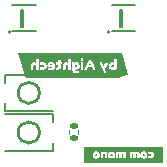
<source format=gbr>
%TF.GenerationSoftware,KiCad,Pcbnew,8.0.4-unknown-202407232306~396e531e7c~ubuntu22.04.1*%
%TF.CreationDate,2024-09-04T14:24:04+01:00*%
%TF.ProjectId,MONO_CTRL,4d4f4e4f-5f43-4545-924c-2e6b69636164,1.0*%
%TF.SameCoordinates,Original*%
%TF.FileFunction,Legend,Bot*%
%TF.FilePolarity,Positive*%
%FSLAX46Y46*%
G04 Gerber Fmt 4.6, Leading zero omitted, Abs format (unit mm)*
G04 Created by KiCad (PCBNEW 8.0.4-unknown-202407232306~396e531e7c~ubuntu22.04.1) date 2024-09-04 14:24:04*
%MOMM*%
%LPD*%
G01*
G04 APERTURE LIST*
G04 Aperture macros list*
%AMRoundRect*
0 Rectangle with rounded corners*
0 $1 Rounding radius*
0 $2 $3 $4 $5 $6 $7 $8 $9 X,Y pos of 4 corners*
0 Add a 4 corners polygon primitive as box body*
4,1,4,$2,$3,$4,$5,$6,$7,$8,$9,$2,$3,0*
0 Add four circle primitives for the rounded corners*
1,1,$1+$1,$2,$3*
1,1,$1+$1,$4,$5*
1,1,$1+$1,$6,$7*
1,1,$1+$1,$8,$9*
0 Add four rect primitives between the rounded corners*
20,1,$1+$1,$2,$3,$4,$5,0*
20,1,$1+$1,$4,$5,$6,$7,0*
20,1,$1+$1,$6,$7,$8,$9,0*
20,1,$1+$1,$8,$9,$2,$3,0*%
G04 Aperture macros list end*
%ADD10C,0.000000*%
%ADD11C,0.250000*%
%ADD12C,0.150000*%
%ADD13C,0.120000*%
%ADD14R,1.000000X1.000000*%
%ADD15R,0.900000X0.700000*%
%ADD16C,2.000000*%
%ADD17RoundRect,0.135000X-0.185000X0.135000X-0.185000X-0.135000X0.185000X-0.135000X0.185000X0.135000X0*%
%ADD18R,1.230000X1.360000*%
G04 APERTURE END LIST*
D10*
%TO.C,kibuzzard-66D6133A*%
G36*
X31798119Y-36258619D02*
G01*
X31825014Y-36325572D01*
X31795258Y-36395386D01*
X31732310Y-36418276D01*
X31668219Y-36395386D01*
X31637318Y-36324428D01*
X31663641Y-36256903D01*
X31733455Y-36231724D01*
X31798119Y-36258619D01*
G37*
G36*
X33084528Y-36258619D02*
G01*
X33111423Y-36325572D01*
X33081667Y-36395386D01*
X33018720Y-36418276D01*
X32954628Y-36395386D01*
X32923727Y-36324428D01*
X32950050Y-36256903D01*
X33019864Y-36231724D01*
X33084528Y-36258619D01*
G37*
G36*
X35802697Y-36258619D02*
G01*
X35829592Y-36325572D01*
X35799835Y-36395386D01*
X35736888Y-36418276D01*
X35672797Y-36395386D01*
X35641896Y-36324428D01*
X35668219Y-36256903D01*
X35738033Y-36231724D01*
X35802697Y-36258619D01*
G37*
G36*
X37365119Y-37009216D02*
G01*
X36602124Y-37009216D01*
X36302268Y-37009216D01*
X35734599Y-37009216D01*
X35281381Y-37009216D01*
X34107132Y-37009216D01*
X33016431Y-37009216D01*
X32186674Y-37009216D01*
X31730021Y-37009216D01*
X31427876Y-37009216D01*
X30664881Y-37009216D01*
X30664881Y-36325572D01*
X31427876Y-36325572D01*
X31438367Y-36409883D01*
X31469840Y-36482749D01*
X31522296Y-36544170D01*
X31587341Y-36590586D01*
X31656583Y-36618435D01*
X31730021Y-36627718D01*
X31804159Y-36618244D01*
X31873973Y-36589823D01*
X31939464Y-36542454D01*
X31992237Y-36480587D01*
X32023902Y-36408675D01*
X32034456Y-36326717D01*
X32034313Y-36325572D01*
X32082525Y-36325572D01*
X32082525Y-36513269D01*
X32084242Y-36551609D01*
X32095114Y-36582511D01*
X32126588Y-36608262D01*
X32186674Y-36616273D01*
X32247332Y-36608262D01*
X32279378Y-36581938D01*
X32290250Y-36550465D01*
X32291967Y-36512124D01*
X32291967Y-36325572D01*
X32313140Y-36264914D01*
X32373226Y-36243169D01*
X32433884Y-36265486D01*
X32456774Y-36325572D01*
X32456774Y-36513269D01*
X32458491Y-36551609D01*
X32469363Y-36582511D01*
X32501409Y-36608262D01*
X32560923Y-36616273D01*
X32619864Y-36608262D01*
X32651338Y-36582511D01*
X32662210Y-36551609D01*
X32663927Y-36512124D01*
X32663927Y-36325572D01*
X32714285Y-36325572D01*
X32724776Y-36409883D01*
X32756249Y-36482749D01*
X32808705Y-36544170D01*
X32873751Y-36590586D01*
X32942992Y-36618435D01*
X33016431Y-36627718D01*
X33090568Y-36618244D01*
X33160382Y-36589823D01*
X33225873Y-36542454D01*
X33278646Y-36480587D01*
X33310311Y-36408675D01*
X33320866Y-36326717D01*
X33367790Y-36326717D01*
X33367790Y-36513269D01*
X33369506Y-36552754D01*
X33380379Y-36583655D01*
X33412425Y-36609406D01*
X33473083Y-36617418D01*
X33532024Y-36609406D01*
X33563498Y-36583083D01*
X33574371Y-36551037D01*
X33576087Y-36512124D01*
X33576087Y-36325572D01*
X33589821Y-36264628D01*
X33631023Y-36244313D01*
X33672797Y-36262625D01*
X33684814Y-36326717D01*
X33684814Y-36513269D01*
X33686531Y-36552754D01*
X33697403Y-36583655D01*
X33729449Y-36609406D01*
X33790107Y-36617418D01*
X33849049Y-36609406D01*
X33880522Y-36583083D01*
X33891395Y-36551037D01*
X33893112Y-36512124D01*
X33893112Y-36325572D01*
X33906845Y-36264628D01*
X33948047Y-36244313D01*
X33988391Y-36264628D01*
X34001838Y-36325572D01*
X34001838Y-36514413D01*
X34003555Y-36553326D01*
X34014428Y-36583655D01*
X34046474Y-36609406D01*
X34107132Y-36617418D01*
X34166073Y-36609406D01*
X34197546Y-36583655D01*
X34208419Y-36552754D01*
X34210136Y-36513269D01*
X34210136Y-36326717D01*
X34542039Y-36326717D01*
X34542039Y-36513269D01*
X34543755Y-36552754D01*
X34554628Y-36583655D01*
X34586674Y-36609406D01*
X34647332Y-36617418D01*
X34706273Y-36609406D01*
X34737747Y-36583083D01*
X34748619Y-36551037D01*
X34750336Y-36512124D01*
X34750336Y-36325572D01*
X34764070Y-36264628D01*
X34805272Y-36244313D01*
X34847046Y-36262625D01*
X34859063Y-36326717D01*
X34859063Y-36513269D01*
X34860780Y-36552754D01*
X34871652Y-36583655D01*
X34903698Y-36609406D01*
X34964356Y-36617418D01*
X35023298Y-36609406D01*
X35054771Y-36583083D01*
X35065644Y-36551037D01*
X35067361Y-36512124D01*
X35067361Y-36325572D01*
X35081094Y-36264628D01*
X35122296Y-36244313D01*
X35162639Y-36264628D01*
X35176087Y-36325572D01*
X35176087Y-36514413D01*
X35177804Y-36553326D01*
X35188677Y-36583655D01*
X35220722Y-36609406D01*
X35281381Y-36617418D01*
X35340322Y-36609406D01*
X35371795Y-36583655D01*
X35382668Y-36552754D01*
X35384385Y-36513269D01*
X35384385Y-36325572D01*
X35432454Y-36325572D01*
X35442945Y-36409883D01*
X35474418Y-36482749D01*
X35526874Y-36544170D01*
X35591919Y-36590586D01*
X35661161Y-36618435D01*
X35734599Y-36627718D01*
X35808737Y-36618244D01*
X35878551Y-36589823D01*
X35944041Y-36542454D01*
X35996815Y-36480587D01*
X36028480Y-36408675D01*
X36039034Y-36326717D01*
X36029115Y-36247429D01*
X35999359Y-36175898D01*
X35982250Y-36153898D01*
X36083670Y-36153898D01*
X36107704Y-36219134D01*
X36148906Y-36266345D01*
X36190107Y-36282082D01*
X36246760Y-36261481D01*
X36304557Y-36240880D01*
X36364070Y-36265486D01*
X36389249Y-36325572D01*
X36364642Y-36386230D01*
X36306845Y-36411409D01*
X36256488Y-36396531D01*
X36196974Y-36371352D01*
X36157203Y-36386516D01*
X36111137Y-36432010D01*
X36085068Y-36484911D01*
X36096895Y-36533743D01*
X36146617Y-36578505D01*
X36224442Y-36611981D01*
X36302268Y-36623140D01*
X36351910Y-36618276D01*
X36402411Y-36603684D01*
X36452053Y-36580222D01*
X36499120Y-36548748D01*
X36540608Y-36507403D01*
X36573512Y-36454328D01*
X36594971Y-36392382D01*
X36602124Y-36324428D01*
X36594971Y-36257475D01*
X36573512Y-36196245D01*
X36540751Y-36143741D01*
X36499692Y-36102969D01*
X36453054Y-36071924D01*
X36403555Y-36048605D01*
X36353340Y-36034013D01*
X36304557Y-36029149D01*
X36222725Y-36040594D01*
X36146617Y-36074928D01*
X36116288Y-36094957D01*
X36094542Y-36119564D01*
X36083670Y-36153898D01*
X35982250Y-36153898D01*
X35949764Y-36112124D01*
X35886435Y-36062212D01*
X35815477Y-36032264D01*
X35736888Y-36022282D01*
X35656456Y-36032074D01*
X35584544Y-36061449D01*
X35521152Y-36110408D01*
X35471875Y-36173482D01*
X35442309Y-36245203D01*
X35432454Y-36325572D01*
X35384385Y-36325572D01*
X35384385Y-36139020D01*
X35382668Y-36100107D01*
X35371795Y-36069778D01*
X35339750Y-36044027D01*
X35279092Y-36036016D01*
X35213856Y-36050036D01*
X35182954Y-36092096D01*
X35130880Y-36049177D01*
X35070794Y-36034871D01*
X35005431Y-36044154D01*
X34951258Y-36072004D01*
X34908276Y-36118419D01*
X34860080Y-36072004D01*
X34808578Y-36044154D01*
X34753770Y-36034871D01*
X34691649Y-36043328D01*
X34639575Y-36068697D01*
X34597546Y-36110980D01*
X34566709Y-36168777D01*
X34548206Y-36240689D01*
X34542039Y-36326717D01*
X34210136Y-36326717D01*
X34210136Y-36139020D01*
X34208419Y-36100107D01*
X34197546Y-36069778D01*
X34165501Y-36044027D01*
X34104843Y-36036016D01*
X34039607Y-36050036D01*
X34008705Y-36092096D01*
X33956631Y-36049177D01*
X33896545Y-36034871D01*
X33831182Y-36044154D01*
X33777009Y-36072004D01*
X33734027Y-36118419D01*
X33685831Y-36072004D01*
X33634329Y-36044154D01*
X33579521Y-36034871D01*
X33517400Y-36043328D01*
X33465326Y-36068697D01*
X33423298Y-36110980D01*
X33392460Y-36168777D01*
X33373957Y-36240689D01*
X33367790Y-36326717D01*
X33320866Y-36326717D01*
X33310947Y-36247429D01*
X33281190Y-36175898D01*
X33231595Y-36112124D01*
X33168267Y-36062212D01*
X33097308Y-36032264D01*
X33018720Y-36022282D01*
X32938287Y-36032074D01*
X32866375Y-36061449D01*
X32802983Y-36110408D01*
X32753706Y-36173482D01*
X32724140Y-36245203D01*
X32714285Y-36325572D01*
X32663927Y-36325572D01*
X32663927Y-36135587D01*
X32661638Y-36097818D01*
X32650765Y-36068062D01*
X32619292Y-36043455D01*
X32559778Y-36036016D01*
X32505987Y-36042883D01*
X32475086Y-36061767D01*
X32462496Y-36083512D01*
X32459063Y-36106974D01*
X32397833Y-36057761D01*
X32314857Y-36036016D01*
X32246442Y-36045045D01*
X32189217Y-36072131D01*
X32143183Y-36117275D01*
X32109484Y-36176534D01*
X32089265Y-36245966D01*
X32082525Y-36325572D01*
X32034313Y-36325572D01*
X32024537Y-36247429D01*
X31994781Y-36175898D01*
X31945186Y-36112124D01*
X31881857Y-36062212D01*
X31810899Y-36032264D01*
X31732310Y-36022282D01*
X31651878Y-36032074D01*
X31579966Y-36061449D01*
X31516574Y-36110408D01*
X31467297Y-36173482D01*
X31437731Y-36245203D01*
X31427876Y-36325572D01*
X30664881Y-36325572D01*
X30664881Y-35640784D01*
X31427876Y-35640784D01*
X36602124Y-35640784D01*
X37365119Y-35640784D01*
X37365119Y-37009216D01*
G37*
D11*
%TO.C,LED1*%
X24315000Y-25865000D02*
X24315000Y-25875000D01*
D12*
X24615000Y-25825000D02*
X26615000Y-25825000D01*
X25365000Y-24025000D02*
X25365000Y-25475000D01*
X25365000Y-24025000D02*
X25515000Y-24025000D01*
X25515000Y-24025000D02*
X25515000Y-24075000D01*
X25515000Y-24075000D02*
X25515000Y-25475000D01*
X25515000Y-25475000D02*
X25365000Y-25475000D01*
X26615000Y-23625000D02*
X24615000Y-23625000D01*
D11*
%TO.C,LED2*%
X32715000Y-25865000D02*
X32715000Y-25875000D01*
D12*
X33015000Y-25825000D02*
X35015000Y-25825000D01*
X33765000Y-24025000D02*
X33765000Y-25475000D01*
X33765000Y-24025000D02*
X33915000Y-24025000D01*
X33915000Y-24025000D02*
X33915000Y-24075000D01*
X33915000Y-24075000D02*
X33915000Y-25475000D01*
X33915000Y-25475000D02*
X33765000Y-25475000D01*
X35015000Y-23625000D02*
X33015000Y-23625000D01*
D13*
%TO.C,R1*%
X29435000Y-34221359D02*
X29435000Y-34528641D01*
X30195000Y-34221359D02*
X30195000Y-34528641D01*
D12*
%TO.C,SW2*%
X23985000Y-29535000D02*
X28045000Y-29535000D01*
X23985000Y-30195000D02*
X23985000Y-29535000D01*
X23985000Y-31955000D02*
X23985000Y-32615000D01*
X23985000Y-32615000D02*
X28045000Y-32615000D01*
D11*
X26915000Y-31075000D02*
G75*
G02*
X25115000Y-31075000I-900000J0D01*
G01*
X25115000Y-31075000D02*
G75*
G02*
X26915000Y-31075000I900000J0D01*
G01*
D10*
%TO.C,kibuzzard-658C2757*%
G36*
X31258355Y-28729915D02*
G01*
X31089445Y-28729915D01*
X31174535Y-28555925D01*
X31258355Y-28729915D01*
G37*
G36*
X27974135Y-28667050D02*
G01*
X28014775Y-28738805D01*
X27854755Y-28738805D01*
X27806495Y-28698165D01*
X27828720Y-28651175D01*
X27892220Y-28633395D01*
X27974135Y-28667050D01*
G37*
G36*
X30084875Y-28696895D02*
G01*
X30115355Y-28772460D01*
X30082970Y-28846755D01*
X30004230Y-28879775D01*
X29927395Y-28846120D01*
X29896915Y-28772460D01*
X29926125Y-28697530D01*
X30004865Y-28662605D01*
X30084875Y-28696895D01*
G37*
G36*
X33194470Y-28705785D02*
G01*
X33224315Y-28782620D01*
X33193200Y-28858185D01*
X33115095Y-28892475D01*
X33035085Y-28858185D01*
X33002065Y-28781985D01*
X33032545Y-28705150D01*
X33113825Y-28670225D01*
X33194470Y-28705785D01*
G37*
G36*
X34510867Y-29839048D02*
G01*
X33872438Y-29839048D01*
X33449105Y-29839048D01*
X33338615Y-29839048D01*
X32430565Y-29839048D01*
X30848780Y-29839048D01*
X30526835Y-29839048D01*
X30002325Y-29839048D01*
X29015535Y-29839048D01*
X28447845Y-29839048D01*
X27890315Y-29839048D01*
X27177845Y-29839048D01*
X26292655Y-29839048D01*
X26180895Y-29839048D01*
X25757562Y-29839048D01*
X25440443Y-28781985D01*
X26180895Y-28781985D01*
X26180895Y-29005505D01*
X26182800Y-29049320D01*
X26194865Y-29082975D01*
X26227567Y-29107740D01*
X26292655Y-29115995D01*
X26355520Y-29107740D01*
X26389175Y-29082975D01*
X26401240Y-29048685D01*
X26403145Y-29002965D01*
X26403145Y-28780715D01*
X26432355Y-28699435D01*
X26506650Y-28670225D01*
X26586025Y-28697530D01*
X26625395Y-28759125D01*
X26625395Y-29005505D01*
X26627300Y-29049320D01*
X26639365Y-29082975D01*
X26672068Y-29107740D01*
X26737155Y-29115995D01*
X26801607Y-29107423D01*
X26834945Y-29081705D01*
X26845740Y-29048685D01*
X26847645Y-29004235D01*
X26847645Y-28573070D01*
X26930195Y-28573070D01*
X26956865Y-28646095D01*
X27001632Y-28698482D01*
X27044495Y-28715945D01*
X27113075Y-28688005D01*
X27178480Y-28666415D01*
X27257855Y-28696895D01*
X27294685Y-28781350D01*
X27259125Y-28865170D01*
X27183560Y-28895015D01*
X27108630Y-28871520D01*
X27052115Y-28848025D01*
X27009887Y-28864852D01*
X26959405Y-28915335D01*
X26930195Y-28981375D01*
X26947658Y-29028047D01*
X27000045Y-29071545D01*
X27080690Y-29109645D01*
X27177845Y-29122345D01*
X27255597Y-29112891D01*
X27331374Y-29084527D01*
X27405175Y-29037255D01*
X27452482Y-28989789D01*
X27490265Y-28928670D01*
X27515030Y-28857232D01*
X27523285Y-28778810D01*
X27515097Y-28701340D01*
X27586785Y-28701340D01*
X27596469Y-28769285D01*
X27625520Y-28816910D01*
X27711245Y-28854375D01*
X28012235Y-28854375D01*
X27970325Y-28914065D01*
X27886505Y-28938195D01*
X27820782Y-28934385D01*
X27770935Y-28922955D01*
X27756965Y-28917875D01*
X27706165Y-28903905D01*
X27636315Y-28961055D01*
X27619805Y-29019475D01*
X27636712Y-29068926D01*
X27687432Y-29104247D01*
X27771967Y-29125441D01*
X27890315Y-29132505D01*
X27979056Y-29124409D01*
X28057320Y-29100120D01*
X28122249Y-29062496D01*
X28170985Y-29014395D01*
X28215435Y-28943134D01*
X28242105Y-28866511D01*
X28250995Y-28784525D01*
X28239494Y-28684971D01*
X28204993Y-28599669D01*
X28173701Y-28561005D01*
X28301795Y-28561005D01*
X28310368Y-28625457D01*
X28336085Y-28658795D01*
X28369740Y-28669590D01*
X28413555Y-28671495D01*
X28496105Y-28666415D01*
X28496105Y-28841675D01*
X28485310Y-28891205D01*
X28444670Y-28906445D01*
X28398950Y-28908350D01*
X28365295Y-28920415D01*
X28336085Y-29005505D01*
X28344975Y-29069957D01*
X28371645Y-29103295D01*
X28405300Y-29114090D01*
X28447845Y-29115995D01*
X28528843Y-29109363D01*
X28595729Y-29089466D01*
X28648505Y-29056305D01*
X28686605Y-29007339D01*
X28709465Y-28940029D01*
X28717085Y-28854375D01*
X28717085Y-28781985D01*
X28903775Y-28781985D01*
X28903775Y-29005505D01*
X28905680Y-29049320D01*
X28917745Y-29082975D01*
X28950447Y-29107740D01*
X29015535Y-29115995D01*
X29078400Y-29107740D01*
X29112055Y-29082975D01*
X29124120Y-29048685D01*
X29126025Y-29002965D01*
X29126025Y-28780715D01*
X29155235Y-28699435D01*
X29229530Y-28670225D01*
X29308905Y-28697530D01*
X29348275Y-28759125D01*
X29348275Y-29005505D01*
X29350180Y-29049320D01*
X29362245Y-29082975D01*
X29394947Y-29107740D01*
X29460035Y-29115995D01*
X29524487Y-29107423D01*
X29557825Y-29081705D01*
X29568620Y-29048685D01*
X29570525Y-29004235D01*
X29570525Y-28553385D01*
X29672125Y-28553385D01*
X29672125Y-29079165D01*
X29683414Y-29170252D01*
X29717281Y-29248781D01*
X29773725Y-29314750D01*
X29844281Y-29364492D01*
X29920481Y-29394337D01*
X30002325Y-29404285D01*
X30096623Y-29392538D01*
X30186475Y-29357295D01*
X30252198Y-29312527D01*
X30274105Y-29272205D01*
X30236005Y-29184575D01*
X30198540Y-29147745D01*
X30167425Y-29137585D01*
X30130595Y-29152825D01*
X30067095Y-29188068D01*
X29998515Y-29199815D01*
X29919775Y-29161715D01*
X29889295Y-29070275D01*
X29889295Y-29032175D01*
X29951842Y-29079800D01*
X30042965Y-29095675D01*
X30111757Y-29084880D01*
X30177585Y-29052495D01*
X30240450Y-28998520D01*
X30291603Y-28930152D01*
X30322294Y-28854587D01*
X30332525Y-28771825D01*
X30322224Y-28688993D01*
X30291321Y-28613216D01*
X30252189Y-28561005D01*
X30415075Y-28561005D01*
X30415075Y-29005505D01*
X30416980Y-29049320D01*
X30429045Y-29082975D01*
X30461747Y-29107740D01*
X30526835Y-29115995D01*
X30591287Y-29107423D01*
X30624625Y-29081705D01*
X30635420Y-29048685D01*
X30636454Y-29024555D01*
X30707175Y-29024555D01*
X30725590Y-29068053D01*
X30780835Y-29107105D01*
X30848780Y-29128695D01*
X30889420Y-29117265D01*
X30912280Y-29093135D01*
X30931965Y-29055035D01*
X30998005Y-28917875D01*
X31349795Y-28917875D01*
X31415835Y-29055035D01*
X31435520Y-29091865D01*
X31458380Y-29115360D01*
X31499020Y-29127425D01*
X31566965Y-29105835D01*
X31622210Y-29067735D01*
X31640625Y-29024555D01*
X31619035Y-28959785D01*
X31413540Y-28534335D01*
X32000035Y-28534335D01*
X32010195Y-28577515D01*
X32020355Y-28599105D01*
X32353095Y-29343325D01*
X32370240Y-29380155D01*
X32392465Y-29404285D01*
X32430565Y-29415715D01*
X32497875Y-29396665D01*
X32554073Y-29360470D01*
X32572805Y-29317925D01*
X32565185Y-29288318D01*
X32542325Y-29229978D01*
X32504225Y-29142903D01*
X32450885Y-29027095D01*
X32596865Y-28781350D01*
X32779815Y-28781350D01*
X32790257Y-28866158D01*
X32821584Y-28943628D01*
X32873795Y-29013760D01*
X32938001Y-29069146D01*
X33005311Y-29102378D01*
X33075725Y-29113455D01*
X33168117Y-29098215D01*
X33229395Y-29052495D01*
X33261780Y-29099167D01*
X33338615Y-29114725D01*
X33403067Y-29106152D01*
X33436405Y-29080435D01*
X33447200Y-29046780D01*
X33449105Y-29002965D01*
X33449105Y-28244775D01*
X33447200Y-28200960D01*
X33436405Y-28168575D01*
X33402750Y-28142857D01*
X33337345Y-28134285D01*
X33273210Y-28142857D01*
X33240825Y-28168575D01*
X33228760Y-28202230D01*
X33226855Y-28246045D01*
X33226855Y-28510205D01*
X33165260Y-28463532D01*
X33082075Y-28447975D01*
X33008768Y-28459123D01*
X32939553Y-28492566D01*
X32874430Y-28548305D01*
X32821866Y-28618790D01*
X32790328Y-28696472D01*
X32779815Y-28781350D01*
X32596865Y-28781350D01*
X32703615Y-28601645D01*
X32729015Y-28539415D01*
X32711870Y-28498775D01*
X32660435Y-28458135D01*
X32593125Y-28432735D01*
X32553755Y-28442895D01*
X32531530Y-28463850D01*
X32510575Y-28498775D01*
X32461680Y-28581960D01*
X32420405Y-28651881D01*
X32380400Y-28718556D01*
X32341665Y-28781985D01*
X32321345Y-28732614D01*
X32273085Y-28625140D01*
X32225301Y-28520524D01*
X32206410Y-28479725D01*
X32191805Y-28458135D01*
X32145450Y-28436545D01*
X32074965Y-28454325D01*
X32018767Y-28490837D01*
X32000035Y-28534335D01*
X31413540Y-28534335D01*
X31276135Y-28249855D01*
X31233590Y-28202865D01*
X31173265Y-28185085D01*
X31113575Y-28201595D01*
X31071665Y-28251125D01*
X30728765Y-28959785D01*
X30707175Y-29024555D01*
X30636454Y-29024555D01*
X30637325Y-29004235D01*
X30637325Y-28558465D01*
X30635420Y-28514650D01*
X30624625Y-28480995D01*
X30590970Y-28456230D01*
X30526200Y-28448055D01*
X30525565Y-28447975D01*
X30439205Y-28469565D01*
X30416345Y-28524175D01*
X30415075Y-28561005D01*
X30252189Y-28561005D01*
X30239815Y-28544495D01*
X30176033Y-28490167D01*
X30108299Y-28457571D01*
X30036615Y-28446705D01*
X29957875Y-28462580D01*
X29908980Y-28491790D01*
X29888025Y-28516555D01*
X29861990Y-28462580D01*
X29790235Y-28444165D01*
X29717845Y-28451785D01*
X29685460Y-28477820D01*
X29674030Y-28510205D01*
X29672125Y-28553385D01*
X29570525Y-28553385D01*
X29570525Y-28246045D01*
X30415075Y-28246045D01*
X30416980Y-28289860D01*
X30428410Y-28322880D01*
X30462065Y-28348915D01*
X30526200Y-28356535D01*
X30590335Y-28348915D01*
X30623990Y-28322245D01*
X30635420Y-28288590D01*
X30637325Y-28244775D01*
X30635420Y-28200960D01*
X30624625Y-28168575D01*
X30590970Y-28142857D01*
X30525565Y-28134285D01*
X30461430Y-28142857D01*
X30429045Y-28168575D01*
X30416980Y-28202230D01*
X30415075Y-28246045D01*
X29570525Y-28246045D01*
X29570525Y-28244775D01*
X29568620Y-28200960D01*
X29557825Y-28168575D01*
X29524170Y-28142857D01*
X29458765Y-28134285D01*
X29394630Y-28142857D01*
X29362245Y-28168575D01*
X29350180Y-28202230D01*
X29348275Y-28246045D01*
X29348275Y-28526715D01*
X29279377Y-28468612D01*
X29199685Y-28449245D01*
X29119746Y-28459969D01*
X29049261Y-28492143D01*
X28988230Y-28545765D01*
X28941311Y-28614909D01*
X28913159Y-28693649D01*
X28903775Y-28781985D01*
X28717085Y-28781985D01*
X28717085Y-28666415D01*
X28769155Y-28670225D01*
X28815510Y-28648635D01*
X28833925Y-28574975D01*
X28827575Y-28499410D01*
X28809795Y-28465755D01*
X28758995Y-28449245D01*
X28717085Y-28454325D01*
X28717085Y-28323515D01*
X28715180Y-28280335D01*
X28703115Y-28249855D01*
X28670412Y-28226042D01*
X28605325Y-28218105D01*
X28536427Y-28229852D01*
X28502455Y-28265095D01*
X28496105Y-28329865D01*
X28496105Y-28454325D01*
X28411650Y-28449245D01*
X28368470Y-28451150D01*
X28334815Y-28463215D01*
X28310050Y-28495917D01*
X28301795Y-28561005D01*
X28173701Y-28561005D01*
X28147490Y-28528620D01*
X28072772Y-28475351D01*
X27986623Y-28443389D01*
X27889045Y-28432735D01*
X27806654Y-28440514D01*
X27736010Y-28463850D01*
X27677114Y-28502744D01*
X27629965Y-28557195D01*
X27597580Y-28626251D01*
X27586785Y-28701340D01*
X27515097Y-28701340D01*
X27515030Y-28700705D01*
X27490265Y-28630220D01*
X27452482Y-28570054D01*
X27405175Y-28522905D01*
X27333349Y-28476338D01*
X27258419Y-28448398D01*
X27180385Y-28439085D01*
X27086405Y-28452420D01*
X27019095Y-28478455D01*
X26998775Y-28491155D01*
X26963215Y-28515285D01*
X26930195Y-28573070D01*
X26847645Y-28573070D01*
X26847645Y-28244775D01*
X26845740Y-28200960D01*
X26834945Y-28168575D01*
X26801290Y-28142857D01*
X26735885Y-28134285D01*
X26671750Y-28142857D01*
X26639365Y-28168575D01*
X26627300Y-28202230D01*
X26625395Y-28246045D01*
X26625395Y-28526715D01*
X26556497Y-28468612D01*
X26476805Y-28449245D01*
X26396866Y-28459969D01*
X26326381Y-28492143D01*
X26265350Y-28545765D01*
X26218431Y-28614909D01*
X26190279Y-28693649D01*
X26180895Y-28781985D01*
X25440443Y-28781985D01*
X25119133Y-27710952D01*
X25757562Y-27710952D01*
X26180895Y-27710952D01*
X33449105Y-27710952D01*
X33872438Y-27710952D01*
X34510867Y-29839048D01*
G37*
D12*
%TO.C,SW1*%
X28045000Y-32885000D02*
X23985000Y-32885000D01*
X28045000Y-33545000D02*
X28045000Y-32885000D01*
X28045000Y-35305000D02*
X28045000Y-35965000D01*
X28045000Y-35965000D02*
X23985000Y-35965000D01*
D11*
X26915000Y-34425000D02*
G75*
G02*
X25115000Y-34425000I-900000J0D01*
G01*
X25115000Y-34425000D02*
G75*
G02*
X26915000Y-34425000I900000J0D01*
G01*
%TD*%
%LPC*%
D14*
%TO.C,J4*%
X31585000Y-25395001D03*
%TD*%
%TO.C,J17*%
X36390000Y-34795000D03*
%TD*%
%TO.C,J5*%
X29180001Y-27025000D03*
%TD*%
%TO.C,J22*%
X31310000Y-33525000D03*
%TD*%
%TO.C,J2*%
X26640001Y-27025000D03*
%TD*%
%TO.C,J12*%
X35120000Y-33525000D03*
%TD*%
%TO.C,J8*%
X32990001Y-27025000D03*
%TD*%
%TO.C,J1*%
X25370001Y-27025000D03*
%TD*%
%TO.C,J23*%
X30315000Y-25395000D03*
%TD*%
%TO.C,J15*%
X33850000Y-34795000D03*
%TD*%
%TO.C,J24*%
X36360001Y-25755000D03*
%TD*%
%TO.C,J14*%
X32580000Y-33525000D03*
%TD*%
%TO.C,J26*%
X31585000Y-24125000D03*
%TD*%
%TO.C,J18*%
X31310000Y-34795000D03*
%TD*%
%TO.C,J13*%
X33850001Y-33525000D03*
%TD*%
%TO.C,J10*%
X30315000Y-24125000D03*
%TD*%
%TO.C,J7*%
X31720001Y-27025000D03*
%TD*%
%TO.C,J21*%
X32580000Y-34795000D03*
%TD*%
%TO.C,J16*%
X35120000Y-34795000D03*
%TD*%
%TO.C,J11*%
X36390000Y-33525000D03*
%TD*%
%TO.C,J25*%
X36360001Y-27025000D03*
%TD*%
%TO.C,J6*%
X30450001Y-27025000D03*
%TD*%
%TO.C,J9*%
X34260001Y-27025000D03*
%TD*%
D15*
%TO.C,LED1*%
X24695000Y-25275000D03*
X24695000Y-24175000D03*
X26535000Y-24175000D03*
X26535000Y-25275000D03*
%TD*%
D16*
%TO.C,I1*%
X34349999Y-30568750D03*
%TD*%
D15*
%TO.C,LED2*%
X33095000Y-25275000D03*
X33095000Y-24175000D03*
X34935000Y-24175000D03*
X34935000Y-25275000D03*
%TD*%
D17*
%TO.C,R1*%
X29815000Y-33865001D03*
X29815000Y-34884999D03*
%TD*%
D18*
%TO.C,SW2*%
X23835000Y-31075000D03*
X28195000Y-31075000D03*
%TD*%
%TO.C,SW1*%
X28195000Y-34425000D03*
X23835000Y-34425000D03*
%TD*%
%LPD*%
M02*

</source>
